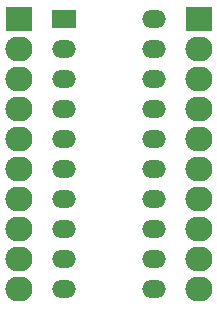
<source format=gbr>
%TF.GenerationSoftware,KiCad,Pcbnew,(5.1.8)-1*%
%TF.CreationDate,2022-11-11T23:15:09+03:00*%
%TF.ProjectId,273,3237332e-6b69-4636-9164-5f7063625858,rev?*%
%TF.SameCoordinates,Original*%
%TF.FileFunction,Soldermask,Bot*%
%TF.FilePolarity,Negative*%
%FSLAX46Y46*%
G04 Gerber Fmt 4.6, Leading zero omitted, Abs format (unit mm)*
G04 Created by KiCad (PCBNEW (5.1.8)-1) date 2022-11-11 23:15:09*
%MOMM*%
%LPD*%
G01*
G04 APERTURE LIST*
%ADD10R,2.300000X2.100000*%
%ADD11O,2.300000X2.100000*%
%ADD12R,2.000000X1.500000*%
%ADD13O,2.000000X1.500000*%
G04 APERTURE END LIST*
D10*
%TO.C,J1*%
X72390000Y-33020000D03*
D11*
X72390000Y-35560000D03*
X72390000Y-38100000D03*
X72390000Y-40640000D03*
X72390000Y-43180000D03*
X72390000Y-45720000D03*
X72390000Y-48260000D03*
X72390000Y-50800000D03*
X72390000Y-53340000D03*
X72390000Y-55880000D03*
%TD*%
%TO.C,J2*%
X87630000Y-55880000D03*
X87630000Y-53340000D03*
X87630000Y-50800000D03*
X87630000Y-48260000D03*
X87630000Y-45720000D03*
X87630000Y-43180000D03*
X87630000Y-40640000D03*
X87630000Y-38100000D03*
X87630000Y-35560000D03*
D10*
X87630000Y-33020000D03*
%TD*%
D12*
%TO.C,U1*%
X76200000Y-33020000D03*
D13*
X83820000Y-55880000D03*
X76200000Y-35560000D03*
X83820000Y-53340000D03*
X76200000Y-38100000D03*
X83820000Y-50800000D03*
X76200000Y-40640000D03*
X83820000Y-48260000D03*
X76200000Y-43180000D03*
X83820000Y-45720000D03*
X76200000Y-45720000D03*
X83820000Y-43180000D03*
X76200000Y-48260000D03*
X83820000Y-40640000D03*
X76200000Y-50800000D03*
X83820000Y-38100000D03*
X76200000Y-53340000D03*
X83820000Y-35560000D03*
X76200000Y-55880000D03*
X83820000Y-33020000D03*
%TD*%
M02*

</source>
